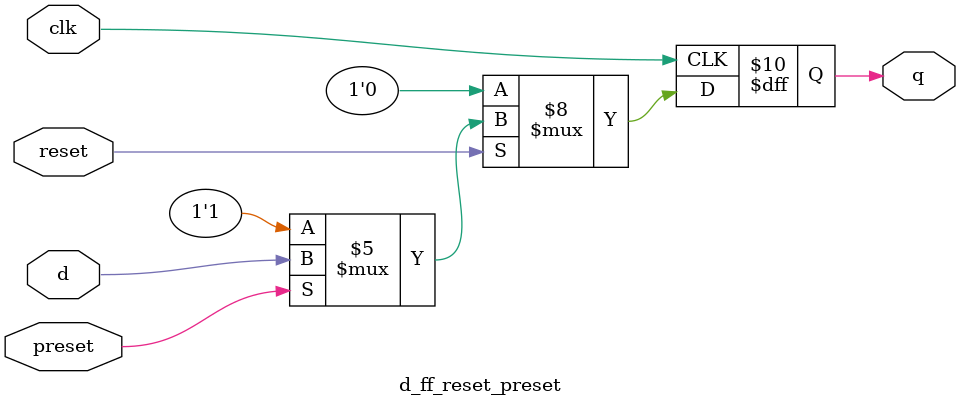
<source format=v>

module d_ff_reset_preset(clk, reset, preset, d, q);
input clk, reset, preset, d;
output reg q;

always @(posedge clk)
begin
    if (!reset)
        q <= 1'b0;
    else if (!preset)
        q <= 1'b1;
    else
        q <= d;
end

endmodule
</source>
